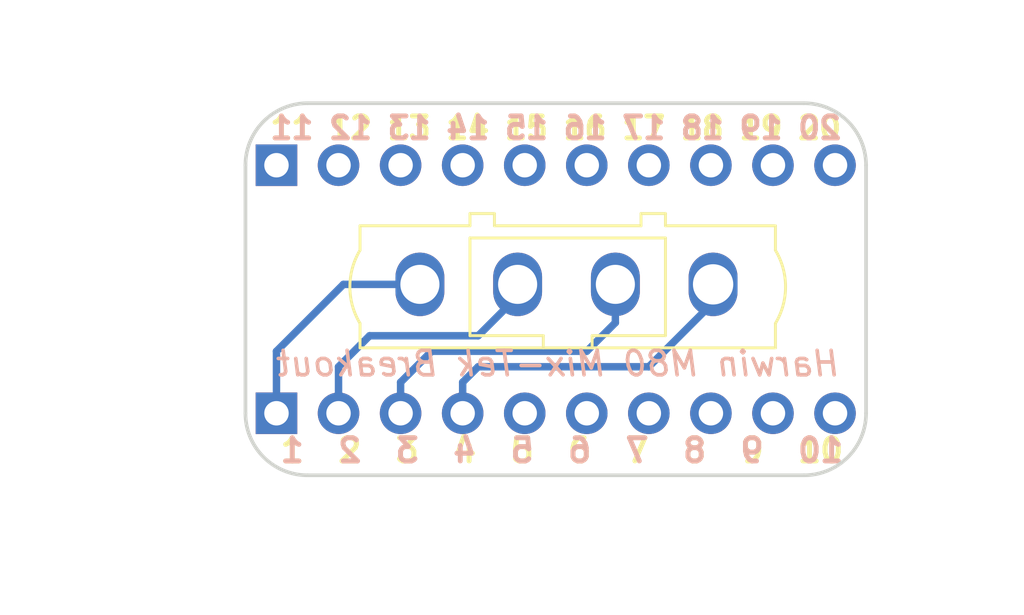
<source format=kicad_pcb>
(kicad_pcb (version 20171130) (host pcbnew "(5.1.12)-1")

  (general
    (thickness 1.6)
    (drawings 18)
    (tracks 18)
    (zones 0)
    (modules 3)
    (nets 21)
  )

  (page A4)
  (layers
    (0 F.Cu signal)
    (31 B.Cu signal)
    (32 B.Adhes user)
    (33 F.Adhes user)
    (34 B.Paste user)
    (35 F.Paste user)
    (36 B.SilkS user)
    (37 F.SilkS user)
    (38 B.Mask user)
    (39 F.Mask user)
    (40 Dwgs.User user)
    (41 Cmts.User user)
    (42 Eco1.User user)
    (43 Eco2.User user)
    (44 Edge.Cuts user)
    (45 Margin user)
    (46 B.CrtYd user)
    (47 F.CrtYd user)
    (48 B.Fab user)
    (49 F.Fab user)
  )

  (setup
    (last_trace_width 0.3048)
    (user_trace_width 0.1524)
    (user_trace_width 0.254)
    (user_trace_width 0.3048)
    (user_trace_width 0.4064)
    (trace_clearance 0.1524)
    (zone_clearance 0.508)
    (zone_45_only no)
    (trace_min 0.1524)
    (via_size 0.6858)
    (via_drill 0.3302)
    (via_min_size 0.508)
    (via_min_drill 0.254)
    (uvia_size 0.3)
    (uvia_drill 0.1)
    (uvias_allowed no)
    (uvia_min_size 0.2)
    (uvia_min_drill 0.1)
    (edge_width 0.15)
    (segment_width 0.1524)
    (pcb_text_width 0.3)
    (pcb_text_size 1.5 1.5)
    (mod_edge_width 0.25)
    (mod_text_size 1 1)
    (mod_text_width 0.15)
    (pad_size 1.524 1.524)
    (pad_drill 0.762)
    (pad_to_mask_clearance 0.0508)
    (solder_mask_min_width 0.1016)
    (aux_axis_origin 0 0)
    (visible_elements 7FFFFFFF)
    (pcbplotparams
      (layerselection 0x00030_80000001)
      (usegerberextensions false)
      (usegerberattributes true)
      (usegerberadvancedattributes true)
      (creategerberjobfile true)
      (excludeedgelayer true)
      (linewidth 0.100000)
      (plotframeref false)
      (viasonmask false)
      (mode 1)
      (useauxorigin false)
      (hpglpennumber 1)
      (hpglpenspeed 20)
      (hpglpendiameter 15.000000)
      (psnegative false)
      (psa4output false)
      (plotreference true)
      (plotvalue true)
      (plotinvisibletext false)
      (padsonsilk false)
      (subtractmaskfromsilk false)
      (outputformat 1)
      (mirror false)
      (drillshape 1)
      (scaleselection 1)
      (outputdirectory ""))
  )

  (net 0 "")
  (net 1 /A0)
  (net 2 /A1)
  (net 3 /A2)
  (net 4 /A3)
  (net 5 /D0)
  (net 6 /D1)
  (net 7 /D2)
  (net 8 /D3)
  (net 9 /D4)
  (net 10 /D5)
  (net 11 /D6)
  (net 12 /D7)
  (net 13 /D8)
  (net 14 /D9)
  (net 15 /D10)
  (net 16 /D13)
  (net 17 /D12)
  (net 18 /D11)
  (net 19 /A4)
  (net 20 /A5)

  (net_class Default "This is the default net class."
    (clearance 0.1524)
    (trace_width 0.1524)
    (via_dia 0.6858)
    (via_drill 0.3302)
    (uvia_dia 0.3)
    (uvia_drill 0.1)
    (add_net /A0)
    (add_net /A1)
    (add_net /A2)
    (add_net /A3)
    (add_net /A4)
    (add_net /A5)
    (add_net /D0)
    (add_net /D1)
    (add_net /D10)
    (add_net /D11)
    (add_net /D12)
    (add_net /D13)
    (add_net /D2)
    (add_net /D3)
    (add_net /D4)
    (add_net /D5)
    (add_net /D6)
    (add_net /D7)
    (add_net /D8)
    (add_net /D9)
  )

  (module footprints:HarwinM804mm (layer F.Cu) (tedit 63406CC9) (tstamp 634086A4)
    (at 113.52 125.63 180)
    (descr "Molex 734 Male header (for PCBs); Straight solder pin 1 x 1 mm, 734-134 , 4 Pins (http://www.farnell.com/datasheets/2157639.pdf), generated with kicad-footprint-generator")
    (tags "connector Wago  side entry")
    (path /63670E02)
    (fp_text reference J1 (at 0 -3 180) (layer F.SilkS) hide
      (effects (font (size 1 1) (thickness 0.15)))
    )
    (fp_text value Conn_01x04 (at 0 4.25 180) (layer F.Fab)
      (effects (font (size 1 1) (thickness 0.15)))
    )
    (fp_arc (start 6 0) (end 8.499999 1.499999) (angle -61.92751306) (layer F.SilkS) (width 0.12))
    (fp_arc (start -6 0) (end -8.499999 -1.499999) (angle -61.92751306) (layer F.SilkS) (width 0.12))
    (fp_line (start 0 -2.5) (end -0.5 -2.5) (layer Dwgs.User) (width 0.12))
    (fp_line (start 0 2.5) (end -0.5 2.5) (layer Dwgs.User) (width 0.12))
    (fp_line (start -9 0) (end -9 -1) (layer Dwgs.User) (width 0.12))
    (fp_line (start 9 0) (end 9 -1) (layer Dwgs.User) (width 0.12))
    (fp_line (start 0 -2.5) (end -9 -2.5) (layer Dwgs.User) (width 0.12))
    (fp_line (start -9 -2.5) (end -9 2.5) (layer Dwgs.User) (width 0.12))
    (fp_line (start 9 2.5) (end 9 -2.5) (layer Dwgs.User) (width 0.12))
    (fp_line (start 9 -2.5) (end 0 -2.5) (layer Dwgs.User) (width 0.12))
    (fp_line (start -9 2.5) (end 9 2.5) (layer Dwgs.User) (width 0.12))
    (fp_line (start -1 -2) (end -1 -2.5) (layer F.SilkS) (width 0.12))
    (fp_line (start -1 -2.5) (end 1 -2.5) (layer F.SilkS) (width 0.12))
    (fp_line (start 1 -2.5) (end 1 -2) (layer F.SilkS) (width 0.12))
    (fp_line (start 1 -2) (end 4 -2) (layer F.SilkS) (width 0.12))
    (fp_line (start 4 -2) (end 4 2) (layer F.SilkS) (width 0.12))
    (fp_line (start 4 2) (end -4 2) (layer F.SilkS) (width 0.12))
    (fp_line (start -4 2) (end -4 -2) (layer F.SilkS) (width 0.12))
    (fp_line (start -4 -2) (end -1 -2) (layer F.SilkS) (width 0.12))
    (fp_line (start -1 -2.5) (end -8.5 -2.5) (layer F.SilkS) (width 0.12))
    (fp_line (start -8.5 -2.5) (end -8.5 -1.5) (layer F.SilkS) (width 0.12))
    (fp_line (start -8.5 1.5) (end -8.5 2.5) (layer F.SilkS) (width 0.12))
    (fp_line (start -8.5 2.5) (end -4 2.5) (layer F.SilkS) (width 0.12))
    (fp_line (start -4 2.5) (end -4 3) (layer F.SilkS) (width 0.12))
    (fp_line (start -4 3) (end -3 3) (layer F.SilkS) (width 0.12))
    (fp_line (start -3 3) (end -3 2.5) (layer F.SilkS) (width 0.12))
    (fp_line (start -3 2.5) (end 3 2.5) (layer F.SilkS) (width 0.12))
    (fp_line (start 3 2.5) (end 3 3) (layer F.SilkS) (width 0.12))
    (fp_line (start 3 3) (end 4 3) (layer F.SilkS) (width 0.12))
    (fp_line (start 4 3) (end 4 2.5) (layer F.SilkS) (width 0.12))
    (fp_line (start 4 2.5) (end 8.5 2.5) (layer F.SilkS) (width 0.12))
    (fp_line (start 8.5 2.5) (end 8.5 1.5) (layer F.SilkS) (width 0.12))
    (fp_line (start 8.5 -1.5) (end 8.5 -2.5) (layer F.SilkS) (width 0.12))
    (fp_line (start 8.5 -2.5) (end 1 -2.5) (layer F.SilkS) (width 0.12))
    (pad 4 thru_hole oval (at -5.95 0.1 180) (size 2 2.6) (drill 1.65) (layers *.Cu *.Mask)
      (net 8 /D3))
    (pad 3 thru_hole oval (at -1.95 0.1 180) (size 2 2.6) (drill 1.6) (layers *.Cu *.Mask)
      (net 7 /D2))
    (pad 2 thru_hole oval (at 2.05 0.1 180) (size 2 2.6) (drill 1.6) (layers *.Cu *.Mask)
      (net 6 /D1))
    (pad 1 thru_hole oval (at 6.05 0.1 180) (size 2 2.6) (drill 1.6) (layers *.Cu *.Mask)
      (net 5 /D0))
    (model ${KISYS3DMOD}/Connector_Wago.3dshapes/Wago_734-134_1x04_P3.50mm_Vertical.wrl
      (at (xyz 0 0 0))
      (scale (xyz 1 1 1))
      (rotate (xyz 0 0 0))
    )
  )

  (module Connector_PinHeader_2.54mm:PinHeader_1x10_P2.54mm_Vertical (layer F.Cu) (tedit 63331346) (tstamp 6332231A)
    (at 101.6 120.65 90)
    (descr "Through hole straight pin header, 1x10, 2.54mm pitch, single row")
    (tags "Through hole pin header THT 1x10 2.54mm single row")
    (path /6333E140)
    (fp_text reference J3 (at 0 -2.33 90) (layer F.SilkS) hide
      (effects (font (size 1 1) (thickness 0.15)))
    )
    (fp_text value Conn_01x10_Male (at 0 25.19 90) (layer F.Fab)
      (effects (font (size 1 1) (thickness 0.15)))
    )
    (fp_line (start -0.635 -1.27) (end 1.27 -1.27) (layer F.Fab) (width 0.1))
    (fp_line (start 1.27 -1.27) (end 1.27 24.13) (layer F.Fab) (width 0.1))
    (fp_line (start 1.27 24.13) (end -1.27 24.13) (layer F.Fab) (width 0.1))
    (fp_line (start -1.27 24.13) (end -1.27 -0.635) (layer F.Fab) (width 0.1))
    (fp_line (start -1.27 -0.635) (end -0.635 -1.27) (layer F.Fab) (width 0.1))
    (fp_line (start -1.8 -1.8) (end -1.8 24.65) (layer F.CrtYd) (width 0.05))
    (fp_line (start -1.8 24.65) (end 1.8 24.65) (layer F.CrtYd) (width 0.05))
    (fp_line (start 1.8 24.65) (end 1.8 -1.8) (layer F.CrtYd) (width 0.05))
    (fp_line (start 1.8 -1.8) (end -1.8 -1.8) (layer F.CrtYd) (width 0.05))
    (fp_text user %R (at 0 11.43 180) (layer F.Fab)
      (effects (font (size 1 1) (thickness 0.15)))
    )
    (pad 1 thru_hole rect (at 0 0 90) (size 1.7 1.7) (drill 1) (layers *.Cu *.Mask)
      (net 20 /A5))
    (pad 2 thru_hole oval (at 0 2.54 90) (size 1.7 1.7) (drill 1) (layers *.Cu *.Mask)
      (net 19 /A4))
    (pad 3 thru_hole oval (at 0 5.08 90) (size 1.7 1.7) (drill 1) (layers *.Cu *.Mask)
      (net 4 /A3))
    (pad 4 thru_hole oval (at 0 7.62 90) (size 1.7 1.7) (drill 1) (layers *.Cu *.Mask)
      (net 3 /A2))
    (pad 5 thru_hole oval (at 0 10.16 90) (size 1.7 1.7) (drill 1) (layers *.Cu *.Mask)
      (net 2 /A1))
    (pad 6 thru_hole oval (at 0 12.7 90) (size 1.7 1.7) (drill 1) (layers *.Cu *.Mask)
      (net 1 /A0))
    (pad 7 thru_hole oval (at 0 15.24 90) (size 1.7 1.7) (drill 1) (layers *.Cu *.Mask)
      (net 15 /D10))
    (pad 8 thru_hole oval (at 0 17.78 90) (size 1.7 1.7) (drill 1) (layers *.Cu *.Mask)
      (net 18 /D11))
    (pad 9 thru_hole oval (at 0 20.32 90) (size 1.7 1.7) (drill 1) (layers *.Cu *.Mask)
      (net 17 /D12))
    (pad 10 thru_hole oval (at 0 22.86 90) (size 1.7 1.7) (drill 1) (layers *.Cu *.Mask)
      (net 16 /D13))
    (model ${KISYS3DMOD}/Connector_PinHeader_2.54mm.3dshapes/PinHeader_1x10_P2.54mm_Vertical.wrl
      (at (xyz 0 0 0))
      (scale (xyz 1 1 1))
      (rotate (xyz 0 0 0))
    )
  )

  (module Connector_PinHeader_2.54mm:PinHeader_1x10_P2.54mm_Vertical (layer F.Cu) (tedit 63331326) (tstamp 63334017)
    (at 101.6 130.81 90)
    (descr "Through hole straight pin header, 1x10, 2.54mm pitch, single row")
    (tags "Through hole pin header THT 1x10 2.54mm single row")
    (path /6333F148)
    (fp_text reference J4 (at 0 -2.33 90) (layer F.SilkS) hide
      (effects (font (size 1 1) (thickness 0.15)))
    )
    (fp_text value Conn_01x10_Male (at 0 25.19 90) (layer F.Fab)
      (effects (font (size 1 1) (thickness 0.15)))
    )
    (fp_line (start 1.8 -1.8) (end -1.8 -1.8) (layer F.CrtYd) (width 0.05))
    (fp_line (start 1.8 24.65) (end 1.8 -1.8) (layer F.CrtYd) (width 0.05))
    (fp_line (start -1.8 24.65) (end 1.8 24.65) (layer F.CrtYd) (width 0.05))
    (fp_line (start -1.8 -1.8) (end -1.8 24.65) (layer F.CrtYd) (width 0.05))
    (fp_line (start -1.27 -0.635) (end -0.635 -1.27) (layer F.Fab) (width 0.1))
    (fp_line (start -1.27 24.13) (end -1.27 -0.635) (layer F.Fab) (width 0.1))
    (fp_line (start 1.27 24.13) (end -1.27 24.13) (layer F.Fab) (width 0.1))
    (fp_line (start 1.27 -1.27) (end 1.27 24.13) (layer F.Fab) (width 0.1))
    (fp_line (start -0.635 -1.27) (end 1.27 -1.27) (layer F.Fab) (width 0.1))
    (fp_text user %R (at 0 11.43 180) (layer F.Fab)
      (effects (font (size 1 1) (thickness 0.15)))
    )
    (pad 10 thru_hole oval (at 0 22.86 90) (size 1.7 1.7) (drill 1) (layers *.Cu *.Mask)
      (net 14 /D9))
    (pad 9 thru_hole oval (at 0 20.32 90) (size 1.7 1.7) (drill 1) (layers *.Cu *.Mask)
      (net 13 /D8))
    (pad 8 thru_hole oval (at 0 17.78 90) (size 1.7 1.7) (drill 1) (layers *.Cu *.Mask)
      (net 12 /D7))
    (pad 7 thru_hole oval (at 0 15.24 90) (size 1.7 1.7) (drill 1) (layers *.Cu *.Mask)
      (net 11 /D6))
    (pad 6 thru_hole oval (at 0 12.7 90) (size 1.7 1.7) (drill 1) (layers *.Cu *.Mask)
      (net 10 /D5))
    (pad 5 thru_hole oval (at 0 10.16 90) (size 1.7 1.7) (drill 1) (layers *.Cu *.Mask)
      (net 9 /D4))
    (pad 4 thru_hole oval (at 0 7.62 90) (size 1.7 1.7) (drill 1) (layers *.Cu *.Mask)
      (net 8 /D3))
    (pad 3 thru_hole oval (at 0 5.08 90) (size 1.7 1.7) (drill 1) (layers *.Cu *.Mask)
      (net 7 /D2))
    (pad 2 thru_hole oval (at 0 2.54 90) (size 1.7 1.7) (drill 1) (layers *.Cu *.Mask)
      (net 6 /D1))
    (pad 1 thru_hole rect (at 0 0 90) (size 1.7 1.7) (drill 1) (layers *.Cu *.Mask)
      (net 5 /D0))
    (model ${KISYS3DMOD}/Connector_PinHeader_2.54mm.3dshapes/PinHeader_1x10_P2.54mm_Vertical.wrl
      (at (xyz 0 0 0))
      (scale (xyz 1 1 1))
      (rotate (xyz 0 0 0))
    )
  )

  (gr_text "20 19 18 17 16 15 14 13 12 11" (at 113.03 119.126) (layer B.SilkS)
    (effects (font (size 0.9 0.9) (thickness 0.2)) (justify mirror))
  )
  (gr_text "10  9  8  7  6  5  4  3  2  1" (at 113.284 132.334) (layer B.SilkS)
    (effects (font (size 0.95 0.95) (thickness 0.2)) (justify mirror))
  )
  (dimension 10.16 (width 0.15) (layer Dwgs.User)
    (gr_text "0.4000 in" (at 130.84 125.73 270) (layer Dwgs.User)
      (effects (font (size 1 1) (thickness 0.15)))
    )
    (feature1 (pts (xy 124.46 130.81) (xy 130.126421 130.81)))
    (feature2 (pts (xy 124.46 120.65) (xy 130.126421 120.65)))
    (crossbar (pts (xy 129.54 120.65) (xy 129.54 130.81)))
    (arrow1a (pts (xy 129.54 130.81) (xy 128.953579 129.683496)))
    (arrow1b (pts (xy 129.54 130.81) (xy 130.126421 129.683496)))
    (arrow2a (pts (xy 129.54 120.65) (xy 128.953579 121.776504)))
    (arrow2b (pts (xy 129.54 120.65) (xy 130.126421 121.776504)))
  )
  (dimension 25.4 (width 0.15) (layer Dwgs.User)
    (gr_text "1.0000 in" (at 113.03 139.73) (layer Dwgs.User)
      (effects (font (size 1 1) (thickness 0.15)))
    )
    (feature1 (pts (xy 125.73 130.81) (xy 125.73 139.016421)))
    (feature2 (pts (xy 100.33 130.81) (xy 100.33 139.016421)))
    (crossbar (pts (xy 100.33 138.43) (xy 125.73 138.43)))
    (arrow1a (pts (xy 125.73 138.43) (xy 124.603496 139.016421)))
    (arrow1b (pts (xy 125.73 138.43) (xy 124.603496 137.843579)))
    (arrow2a (pts (xy 100.33 138.43) (xy 101.456504 139.016421)))
    (arrow2b (pts (xy 100.33 138.43) (xy 101.456504 137.843579)))
  )
  (dimension 15.24 (width 0.15) (layer Dwgs.User)
    (gr_text "0.6000 in" (at 93.95 125.73 90) (layer Dwgs.User)
      (effects (font (size 1 1) (thickness 0.15)))
    )
    (feature1 (pts (xy 102.87 118.11) (xy 94.663579 118.11)))
    (feature2 (pts (xy 102.87 133.35) (xy 94.663579 133.35)))
    (crossbar (pts (xy 95.25 133.35) (xy 95.25 118.11)))
    (arrow1a (pts (xy 95.25 118.11) (xy 95.836421 119.236504)))
    (arrow1b (pts (xy 95.25 118.11) (xy 94.663579 119.236504)))
    (arrow2a (pts (xy 95.25 133.35) (xy 95.836421 132.223496)))
    (arrow2b (pts (xy 95.25 133.35) (xy 94.663579 132.223496)))
  )
  (gr_line (start 100.33 120.65) (end 100.33 130.81) (layer Edge.Cuts) (width 0.15) (tstamp 63334D48))
  (gr_line (start 123.19 118.11) (end 102.87 118.11) (layer Edge.Cuts) (width 0.15) (tstamp 63334D47))
  (gr_line (start 125.73 130.81) (end 125.73 120.65) (layer Edge.Cuts) (width 0.15) (tstamp 63334D46))
  (gr_line (start 102.87 133.35) (end 123.19 133.35) (layer Edge.Cuts) (width 0.15) (tstamp 63334D45))
  (gr_text "Harwin M80 Mix-Tek Breakout" (at 113.157 128.778) (layer B.SilkS)
    (effects (font (size 1 1) (thickness 0.15) italic) (justify mirror))
  )
  (gr_text "11 12 13 14 15 16 17 18 19 20" (at 113.03 119.126) (layer F.SilkS) (tstamp 63334871)
    (effects (font (size 0.9 0.9) (thickness 0.2)))
  )
  (gr_text "1  2  3  4  5  6  7  8  9  10" (at 113.284 132.334) (layer F.SilkS) (tstamp 63335405)
    (effects (font (size 0.95 0.95) (thickness 0.2)))
  )
  (gr_line (start 128.27 125.73) (end 97.79 125.73) (layer Dwgs.User) (width 0.15))
  (gr_line (start 113.03 115.57) (end 113.03 137.16) (layer Dwgs.User) (width 0.15))
  (gr_arc (start 102.87 130.81) (end 100.33 130.81) (angle -90) (layer Edge.Cuts) (width 0.15))
  (gr_arc (start 123.19 130.81) (end 123.19 133.35) (angle -90) (layer Edge.Cuts) (width 0.15))
  (gr_arc (start 123.19 120.65) (end 125.73 120.65) (angle -90) (layer Edge.Cuts) (width 0.15))
  (gr_arc (start 102.87 120.65) (end 102.87 118.11) (angle -90) (layer Edge.Cuts) (width 0.15))

  (segment (start 107.47 125.53) (end 104.34 125.53) (width 0.3048) (layer B.Cu) (net 5))
  (segment (start 104.34 125.53) (end 101.6 128.27) (width 0.3048) (layer B.Cu) (net 5))
  (segment (start 101.6 128.27) (end 101.6 130.81) (width 0.3048) (layer B.Cu) (net 5))
  (segment (start 111.47 125.53) (end 111.47 126.02) (width 0.3048) (layer B.Cu) (net 6))
  (segment (start 111.47 126.02) (end 109.855 127.635) (width 0.3048) (layer B.Cu) (net 6))
  (segment (start 109.855 127.635) (end 105.41 127.635) (width 0.3048) (layer B.Cu) (net 6))
  (segment (start 104.14 128.905) (end 104.14 130.81) (width 0.3048) (layer B.Cu) (net 6))
  (segment (start 105.41 127.635) (end 104.14 128.905) (width 0.3048) (layer B.Cu) (net 6))
  (segment (start 115.47 125.53) (end 115.47 127.1) (width 0.3048) (layer B.Cu) (net 7))
  (segment (start 115.47 127.1) (end 114.3 128.27) (width 0.3048) (layer B.Cu) (net 7))
  (segment (start 114.3 128.27) (end 107.95 128.27) (width 0.3048) (layer B.Cu) (net 7))
  (segment (start 106.68 129.54) (end 106.68 130.81) (width 0.3048) (layer B.Cu) (net 7))
  (segment (start 107.95 128.27) (end 106.68 129.54) (width 0.3048) (layer B.Cu) (net 7))
  (segment (start 119.47 125.53) (end 119.47 126.275) (width 0.3048) (layer B.Cu) (net 8))
  (segment (start 119.47 126.275) (end 116.84 128.905) (width 0.3048) (layer B.Cu) (net 8))
  (segment (start 116.84 128.905) (end 109.855 128.905) (width 0.3048) (layer B.Cu) (net 8))
  (segment (start 109.22 129.54) (end 109.22 130.81) (width 0.3048) (layer B.Cu) (net 8))
  (segment (start 109.855 128.905) (end 109.22 129.54) (width 0.3048) (layer B.Cu) (net 8))

)

</source>
